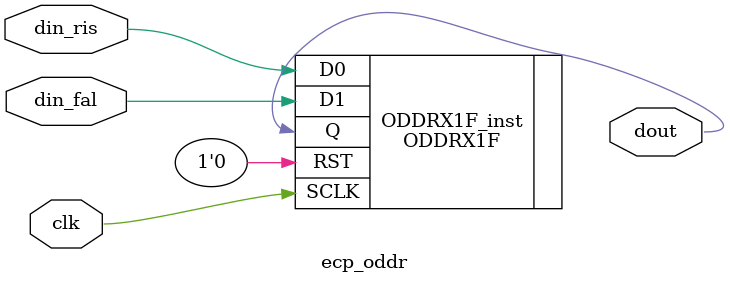
<source format=v>
/* ****************************************************************************
-- (C) Copyright 2018 Kevin M. Hubbard - All rights reserved.
-- Source file: xil_oddr.v 
-- Date:        May 2018 
-- Author:      khubbard
-- Language:    Verilog-2001
-- Simulation:  Mentor-Modelsim
-- Synthesis:   Xilinx-Vivado
-- License:     This project is licensed with the CERN Open Hardware Licence
--              v1.2.  You may redistribute and modify this project under the
--              terms of the CERN OHL v.1.2. (http://ohwr.org/cernohl).
--              This project is distributed WITHOUT ANY EXPRESS OR IMPLIED
--              WARRANTY, INCLUDING OF MERCHANTABILITY, SATISFACTORY QUALITY
--              AND FITNESS FOR A PARTICULAR PURPOSE. Please see the CERN OHL
--              v.1.2 for applicable Conditions.
-- Description: Xilinx 7-Series IDDR DDR input flop
-- Note: 100ns Power On Reset requirement until functional
-- Timing Diagram for SAME_EDGE_PIPELINED
--     |100ns|
-- clk ______/    \____/    \____/    \____/    \
-- din_ris  ---------< 0       >< 2      >----
-- din_fal  ---------< 1       >< 3      >----
-- dout     -----------< 0 >< 1 >< 2 >< 3 >----
-- ************************************************************************* */
`timescale 1 ns/ 100 ps
module ecp_oddr
(
  input  wire  clk,
  input  wire  din_ris,
  input  wire  din_fal,
  output wire  dout
);// 


/*
	Lattice FPGA User Guide states:

	D0 = First to be sent out
	D1 = Second to be sent out.

	Note sure right now if D0 == Rising Edge or Falling Edge.
*/

// ODDR1XF: Generic X1 ODDR implementation
// Lattice FPGA Libraries Reference Guide
ODDRX1F ODDRX1F_inst 
(
  .Q    ( dout    ),  // 1-bit DDR output
  .SCLK ( clk     ),  // 1-bit clock input
  .D0   ( din_ris ),  // 1-bit data input (positive edge)
  .D1   ( din_fal ),  // 1-bit data input (negative edge)
  .RST  ( 1'b0    )   // 1-bit reset
);
// End of ODDR1XF_inst instantiation


endmodule

</source>
